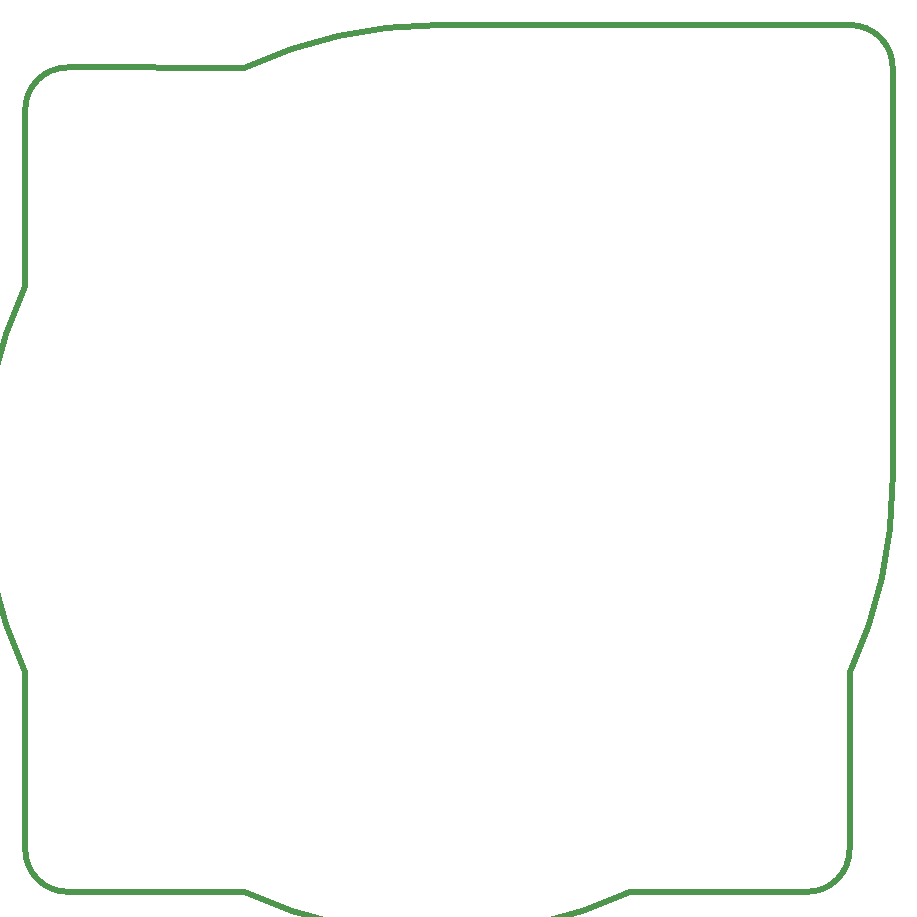
<source format=gbr>
G04 start of page 4 for group 2 idx 2 *
G04 Title: (unknown), outline *
G04 Creator: pcb 4.2.0 *
G04 CreationDate: Sun Feb  2 22:12:39 2020 UTC *
G04 For: blinken *
G04 Format: Gerber/RS-274X *
G04 PCB-Dimensions (mm): 90.16 90.16 *
G04 PCB-Coordinate-Origin: lower left *
%MOMM*%
%FSLAX43Y43*%
%LNOUTLINE*%
%ADD53C,0.500*%
G54D53*X5065Y66458D02*X5100Y81460D01*
Y18860D02*X5065Y33916D01*
X23703Y15225D02*X8700Y15260D01*
X23688Y85033D02*X8700Y85060D01*
X74942Y88647D02*X39958Y88640D01*
X78542Y85047D02*X78542Y50134D01*
X74900Y18860D02*X74935Y33863D01*
X56244Y15225D02*X71300Y15260D01*
X74900Y18860D02*G75*G02X71300Y15260I-3600J0D01*G01*
X74935Y33863D02*G75*G03X78542Y50133I-34893J16271D01*G01*
X5100Y81460D02*G75*G02X8700Y85060I3600J0D01*G01*
X39958Y88640D02*G75*G03X23687Y85033I0J-38500D01*G01*
X8700Y15260D02*G75*G02X5100Y18860I0J3600D01*G01*
X5065Y66458D02*G75*G03X5065Y33916I34893J-16271D01*G01*
X23703Y15225D02*G75*G03X56244Y15225I16271J34893D01*G01*
X74942Y88647D02*G75*G02X78542Y85047I0J-3600D01*G01*
M02*

</source>
